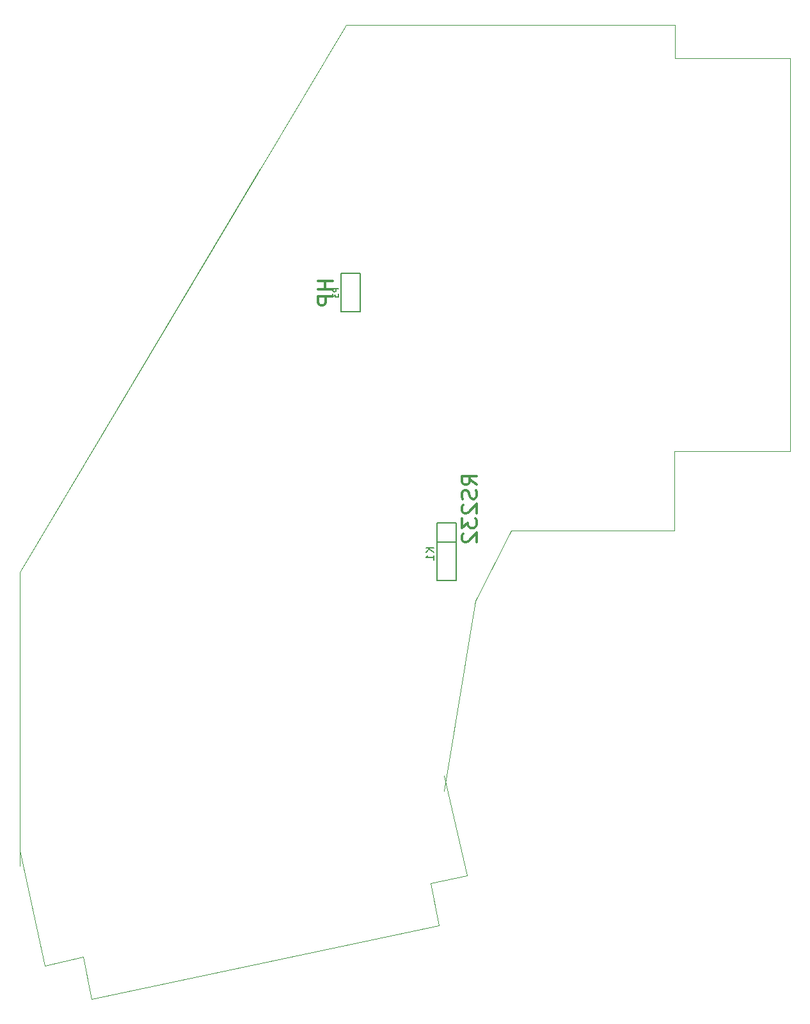
<source format=gbo>
G04 (created by PCBNEW (2013-07-07 BZR 4022)-stable) date 03/07/2022 17:26:58*
%MOIN*%
G04 Gerber Fmt 3.4, Leading zero omitted, Abs format*
%FSLAX34Y34*%
G01*
G70*
G90*
G04 APERTURE LIST*
%ADD10C,0.00590551*%
%ADD11C,0.0137795*%
%ADD12C,0.0120079*%
%ADD13C,0.00393701*%
%ADD14C,0.006*%
G04 APERTURE END LIST*
G54D10*
G54D11*
X-10331Y-23943D02*
X-10706Y-23681D01*
X-10331Y-23493D02*
X-11118Y-23493D01*
X-11118Y-23793D01*
X-11081Y-23868D01*
X-11043Y-23906D01*
X-10968Y-23943D01*
X-10856Y-23943D01*
X-10781Y-23906D01*
X-10743Y-23868D01*
X-10706Y-23793D01*
X-10706Y-23493D01*
X-10368Y-24243D02*
X-10331Y-24356D01*
X-10331Y-24543D01*
X-10368Y-24618D01*
X-10406Y-24656D01*
X-10481Y-24693D01*
X-10556Y-24693D01*
X-10631Y-24656D01*
X-10668Y-24618D01*
X-10706Y-24543D01*
X-10743Y-24393D01*
X-10781Y-24318D01*
X-10818Y-24281D01*
X-10893Y-24243D01*
X-10968Y-24243D01*
X-11043Y-24281D01*
X-11081Y-24318D01*
X-11118Y-24393D01*
X-11118Y-24581D01*
X-11081Y-24693D01*
X-11043Y-24993D02*
X-11081Y-25031D01*
X-11118Y-25106D01*
X-11118Y-25293D01*
X-11081Y-25368D01*
X-11043Y-25406D01*
X-10968Y-25443D01*
X-10893Y-25443D01*
X-10781Y-25406D01*
X-10331Y-24956D01*
X-10331Y-25443D01*
X-11118Y-25706D02*
X-11118Y-26193D01*
X-10818Y-25931D01*
X-10818Y-26043D01*
X-10781Y-26118D01*
X-10743Y-26156D01*
X-10668Y-26193D01*
X-10481Y-26193D01*
X-10406Y-26156D01*
X-10368Y-26118D01*
X-10331Y-26043D01*
X-10331Y-25818D01*
X-10368Y-25743D01*
X-10406Y-25706D01*
X-11043Y-26493D02*
X-11081Y-26531D01*
X-11118Y-26606D01*
X-11118Y-26793D01*
X-11081Y-26868D01*
X-11043Y-26906D01*
X-10968Y-26943D01*
X-10893Y-26943D01*
X-10781Y-26906D01*
X-10331Y-26456D01*
X-10331Y-26943D01*
G54D12*
X-17831Y-13331D02*
X-18618Y-13331D01*
X-18243Y-13331D02*
X-18243Y-13781D01*
X-17831Y-13781D02*
X-18618Y-13781D01*
X-17831Y-14156D02*
X-18618Y-14156D01*
X-18618Y-14456D01*
X-18581Y-14531D01*
X-18543Y-14568D01*
X-18468Y-14606D01*
X-18356Y-14606D01*
X-18281Y-14568D01*
X-18243Y-14531D01*
X-18206Y-14456D01*
X-18206Y-14156D01*
G54D13*
X-11500Y0D02*
X-17150Y0D01*
X-2950Y-26350D02*
X-8550Y-26350D01*
X6000Y-1750D02*
X0Y-1750D01*
X6000Y-1750D02*
X6000Y-22200D01*
X0Y0D02*
X-12000Y0D01*
X0Y-1750D02*
X0Y0D01*
X-8550Y-26350D02*
X-10400Y-30000D01*
X-50Y-26350D02*
X-3450Y-26350D01*
X-50Y-22200D02*
X-50Y-26350D01*
X5950Y-22200D02*
X-50Y-22200D01*
X-12750Y-44700D02*
X-10850Y-44300D01*
X-12300Y-46900D02*
X-12750Y-44700D01*
X-30400Y-50750D02*
X-12300Y-46900D01*
X-30850Y-48550D02*
X-30400Y-50750D01*
X-32850Y-49000D02*
X-30850Y-48550D01*
X-12050Y-39900D02*
X-10400Y-30000D01*
X-10850Y-44300D02*
X-12050Y-39100D01*
X-34150Y-43800D02*
X-34150Y-28500D01*
X-32850Y-49000D02*
X-34150Y-43000D01*
X-34150Y-28500D02*
X-17150Y0D01*
X-21650Y-7500D02*
X-34150Y-28500D01*
G54D14*
X-11400Y-25950D02*
X-12400Y-25950D01*
X-12400Y-25950D02*
X-12400Y-28950D01*
X-12400Y-28950D02*
X-11400Y-28950D01*
X-11400Y-28950D02*
X-11400Y-25950D01*
X-12400Y-26950D02*
X-11400Y-26950D01*
X-16400Y-12950D02*
X-17400Y-12950D01*
X-17400Y-12950D02*
X-17400Y-14950D01*
X-17400Y-14950D02*
X-16400Y-14950D01*
X-16400Y-14950D02*
X-16400Y-12950D01*
X-12588Y-27254D02*
X-12988Y-27254D01*
X-12588Y-27483D02*
X-12816Y-27311D01*
X-12988Y-27483D02*
X-12759Y-27254D01*
X-12588Y-27864D02*
X-12588Y-27635D01*
X-12588Y-27750D02*
X-12988Y-27750D01*
X-12930Y-27711D01*
X-12892Y-27673D01*
X-12873Y-27635D01*
X-17528Y-13728D02*
X-17828Y-13728D01*
X-17828Y-13842D01*
X-17814Y-13871D01*
X-17800Y-13885D01*
X-17771Y-13900D01*
X-17728Y-13900D01*
X-17700Y-13885D01*
X-17685Y-13871D01*
X-17671Y-13842D01*
X-17671Y-13728D01*
X-17828Y-14000D02*
X-17828Y-14185D01*
X-17714Y-14085D01*
X-17714Y-14128D01*
X-17700Y-14157D01*
X-17685Y-14171D01*
X-17657Y-14185D01*
X-17585Y-14185D01*
X-17557Y-14171D01*
X-17542Y-14157D01*
X-17528Y-14128D01*
X-17528Y-14042D01*
X-17542Y-14014D01*
X-17557Y-14000D01*
M02*

</source>
